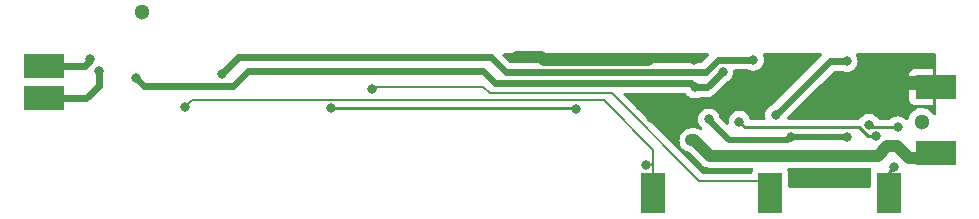
<source format=gbr>
%TF.GenerationSoftware,KiCad,Pcbnew,(6.0.6-0)*%
%TF.CreationDate,2022-09-10T00:16:47-07:00*%
%TF.ProjectId,Battery Extension PCB,42617474-6572-4792-9045-7874656e7369,rev?*%
%TF.SameCoordinates,Original*%
%TF.FileFunction,Copper,L2,Bot*%
%TF.FilePolarity,Positive*%
%FSLAX46Y46*%
G04 Gerber Fmt 4.6, Leading zero omitted, Abs format (unit mm)*
G04 Created by KiCad (PCBNEW (6.0.6-0)) date 2022-09-10 00:16:47*
%MOMM*%
%LPD*%
G01*
G04 APERTURE LIST*
%TA.AperFunction,SMDPad,CuDef*%
%ADD10R,2.000000X3.500000*%
%TD*%
%TA.AperFunction,SMDPad,CuDef*%
%ADD11R,3.500000X2.000000*%
%TD*%
%TA.AperFunction,ViaPad*%
%ADD12C,0.800000*%
%TD*%
%TA.AperFunction,ViaPad*%
%ADD13C,1.300000*%
%TD*%
%TA.AperFunction,Conductor*%
%ADD14C,0.250000*%
%TD*%
%TA.AperFunction,Conductor*%
%ADD15C,1.000000*%
%TD*%
%TA.AperFunction,Conductor*%
%ADD16C,0.600000*%
%TD*%
%TA.AperFunction,Conductor*%
%ADD17C,0.200000*%
%TD*%
%TA.AperFunction,Conductor*%
%ADD18C,0.550000*%
%TD*%
G04 APERTURE END LIST*
D10*
%TO.P,P14,1*%
%TO.N,VBUS*%
X128244600Y-80721200D03*
%TD*%
%TO.P,P10,1*%
%TO.N,IO26{slash}BATT VOLT*%
X118338600Y-80721200D03*
%TD*%
D11*
%TO.P,P9,1*%
%TO.N,-BATT*%
X66751200Y-72694800D03*
%TD*%
%TO.P,P8,1*%
%TO.N,+BATT*%
X66751200Y-69926200D03*
%TD*%
%TO.P,P6,1*%
%TO.N,GND*%
X142240000Y-71729600D03*
%TD*%
%TO.P,P5,1*%
%TO.N,+5V*%
X142240000Y-77343000D03*
%TD*%
D10*
%TO.P,P4,1*%
%TO.N,IO27{slash}BATT CHARGING*%
X138252200Y-80721200D03*
%TD*%
D12*
%TO.N,IO27{slash}BATT CHARGING*%
X138684000Y-78486000D03*
%TO.N,IO26{slash}BATT VOLT*%
X117754400Y-78384400D03*
%TO.N,+5V*%
X140004800Y-77774800D03*
%TO.N,-BATT*%
X71374000Y-70358000D03*
%TO.N,+BATT*%
X70662800Y-69342000D03*
D13*
%TO.N,*%
X141071600Y-74676000D03*
X75031600Y-65430400D03*
D12*
%TO.N,GND*%
X118110000Y-74371200D03*
X130810000Y-79044800D03*
X136799194Y-71328406D03*
X117246400Y-73355200D03*
X114503200Y-69443600D03*
X121818400Y-69443600D03*
X121513600Y-74066400D03*
X108813600Y-69189600D03*
X106832400Y-69189600D03*
X134513194Y-71328406D03*
X135940800Y-79146400D03*
X131318000Y-69545200D03*
X120396000Y-73050400D03*
X117906800Y-69494400D03*
X116484400Y-69443600D03*
X124155200Y-73050400D03*
X138627989Y-73868411D03*
X107696000Y-69189600D03*
%TO.N,VBUS*%
X128727200Y-74117200D03*
X134721600Y-69545200D03*
X94488000Y-71932800D03*
%TO.N,+BATT*%
X81788000Y-70662800D03*
X126796800Y-69443600D03*
%TO.N,-BATT*%
X74523600Y-71018400D03*
X123037600Y-74472800D03*
X124206000Y-70459600D03*
X129997200Y-75946000D03*
X134772400Y-75946000D03*
X121869200Y-71780400D03*
%TO.N,+5V*%
X121564400Y-76250800D03*
%TO.N,IO26{slash}BATT VOLT*%
X78689200Y-73406000D03*
%TO.N,Net-(R8-Pad1)*%
X137174900Y-75857700D03*
X125628400Y-74676000D03*
%TO.N,IO27{slash}BATT CHARGING*%
X139039600Y-75133200D03*
X136601200Y-74930000D03*
%TO.N,Net-(R4-Pad2)*%
X91033600Y-73546700D03*
X111793279Y-73585132D03*
%TD*%
D14*
%TO.N,IO27{slash}BATT CHARGING*%
X138684000Y-78486000D02*
X138252200Y-78917800D01*
X138252200Y-78917800D02*
X138252200Y-80648967D01*
D15*
%TO.N,+5V*%
X121564400Y-76250800D02*
X121818400Y-76250800D01*
X138988800Y-76758800D02*
X140004800Y-77774800D01*
X121818400Y-76250800D02*
X123121600Y-77554000D01*
X123121600Y-77554000D02*
X137361635Y-77554000D01*
X137361635Y-77554000D02*
X138156835Y-76758800D01*
X138156835Y-76758800D02*
X138988800Y-76758800D01*
D14*
%TO.N,Net-(R8-Pad1)*%
X137174900Y-75857700D02*
X136503595Y-75857700D01*
X136503595Y-75857700D02*
X135779095Y-75133200D01*
X135779095Y-75133200D02*
X126085600Y-75133200D01*
X126085600Y-75133200D02*
X125628400Y-74676000D01*
%TO.N,IO27{slash}BATT CHARGING*%
X139039600Y-75133200D02*
X136804400Y-75133200D01*
X136804400Y-75133200D02*
X136601200Y-74930000D01*
D16*
%TO.N,GND*%
X135382000Y-79705200D02*
X135940800Y-79146400D01*
X130810000Y-79044800D02*
X131470400Y-79705200D01*
X131470400Y-79705200D02*
X135382000Y-79705200D01*
D17*
%TO.N,VBUS*%
X94691200Y-71729600D02*
X103936800Y-71729600D01*
X114808000Y-72288400D02*
X122224800Y-79705200D01*
X103936800Y-71729600D02*
X104495600Y-72288400D01*
X94488000Y-71932800D02*
X94691200Y-71729600D01*
X104495600Y-72288400D02*
X114808000Y-72288400D01*
X122224800Y-79705200D02*
X127228600Y-79705200D01*
X127228600Y-79705200D02*
X128197367Y-80673967D01*
X128197367Y-80673967D02*
X128270000Y-80673967D01*
%TO.N,IO26{slash}BATT VOLT*%
X118338600Y-78155800D02*
X118110000Y-78384400D01*
X118338600Y-77038200D02*
X118338600Y-78155800D01*
X118110000Y-78384400D02*
X117754400Y-78384400D01*
X118338600Y-78155800D02*
X118338600Y-80673967D01*
D15*
%TO.N,+5V*%
X140004800Y-77774800D02*
X141870230Y-77774800D01*
%TO.N,GND*%
X136799194Y-71328406D02*
X141838806Y-71328406D01*
D16*
X141838806Y-71328406D02*
X142240000Y-71729600D01*
%TO.N,-BATT*%
X74523600Y-71018400D02*
X75184000Y-71678800D01*
X75184000Y-71678800D02*
X82753200Y-71678800D01*
X82753200Y-71678800D02*
X84023200Y-70408800D01*
X84023200Y-70408800D02*
X103936800Y-70408800D01*
X103936800Y-70408800D02*
X104952800Y-71424800D01*
X104952800Y-71424800D02*
X121513600Y-71424800D01*
X121513600Y-71424800D02*
X121869200Y-71780400D01*
X71374000Y-70358000D02*
X71374000Y-71628000D01*
X71374000Y-71628000D02*
X70307200Y-72694800D01*
X70307200Y-72694800D02*
X68021200Y-72694800D01*
%TO.N,+BATT*%
X70662800Y-69342000D02*
X70662800Y-69443600D01*
X70662800Y-69443600D02*
X70180200Y-69926200D01*
X70180200Y-69926200D02*
X68021200Y-69926200D01*
D15*
%TO.N,GND*%
X116484400Y-69443600D02*
X117856000Y-69443600D01*
X109067600Y-69443600D02*
X114503200Y-69443600D01*
X108813600Y-69189600D02*
X107696000Y-69189600D01*
X114503200Y-69443600D02*
X116484400Y-69443600D01*
D16*
X117246400Y-73355200D02*
X120091200Y-73355200D01*
D15*
X107696000Y-69189600D02*
X106832400Y-69189600D01*
D16*
X131318000Y-69545200D02*
X127812800Y-73050400D01*
D15*
X117856000Y-69443600D02*
X117906800Y-69494400D01*
D16*
X120091200Y-73355200D02*
X120396000Y-73050400D01*
X124155200Y-73050400D02*
X120396000Y-73050400D01*
D15*
X108813600Y-69189600D02*
X109067600Y-69443600D01*
D16*
X127812800Y-73050400D02*
X124155200Y-73050400D01*
%TO.N,VBUS*%
X134721600Y-69545200D02*
X133299200Y-69545200D01*
X133299200Y-69545200D02*
X128727200Y-74117200D01*
%TO.N,+BATT*%
X83210400Y-69240400D02*
X104601293Y-69240400D01*
X81788000Y-70662800D02*
X83210400Y-69240400D01*
X122798202Y-70494401D02*
X123849003Y-69443600D01*
X105855294Y-70494401D02*
X122798202Y-70494401D01*
X104601293Y-69240400D02*
X105855294Y-70494401D01*
X123849003Y-69443600D02*
X126796800Y-69443600D01*
%TO.N,-BATT*%
X122885200Y-71780400D02*
X121869200Y-71780400D01*
D18*
X124714000Y-76200000D02*
X123037600Y-74523600D01*
X123037600Y-74523600D02*
X123037600Y-74472800D01*
D16*
X124206000Y-70459600D02*
X122885200Y-71780400D01*
D18*
X134772400Y-75946000D02*
X129997200Y-75946000D01*
X129997200Y-75946000D02*
X129743200Y-76200000D01*
X129743200Y-76200000D02*
X124714000Y-76200000D01*
D16*
%TO.N,+5V*%
X141870230Y-77774800D02*
X142499615Y-77145415D01*
D17*
%TO.N,IO26{slash}BATT VOLT*%
X78689200Y-73406000D02*
X79248000Y-72847200D01*
X79248000Y-72847200D02*
X114147600Y-72847200D01*
X114147600Y-72847200D02*
X118338600Y-77038200D01*
D14*
%TO.N,Net-(R4-Pad2)*%
X111754847Y-73546700D02*
X91033600Y-73546700D01*
X111793279Y-73585132D02*
X111754847Y-73546700D01*
%TD*%
%TA.AperFunction,Conductor*%
%TO.N,GND*%
G36*
X136748637Y-78582502D02*
G01*
X136795130Y-78636158D01*
X136805234Y-78706432D01*
X136798498Y-78732729D01*
X136750455Y-78860884D01*
X136743700Y-78923066D01*
X136743700Y-80139467D01*
X136723698Y-80207588D01*
X136670042Y-80254081D01*
X136617700Y-80265467D01*
X129879100Y-80265467D01*
X129810979Y-80245465D01*
X129764486Y-80191809D01*
X129753100Y-80139467D01*
X129753100Y-78923066D01*
X129746345Y-78860884D01*
X129698302Y-78732729D01*
X129693119Y-78661922D01*
X129727040Y-78599554D01*
X129789295Y-78565424D01*
X129816284Y-78562500D01*
X136680516Y-78562500D01*
X136748637Y-78582502D01*
G37*
%TD.AperFunction*%
%TA.AperFunction,Conductor*%
G36*
X132579640Y-68905302D02*
G01*
X132626133Y-68958958D01*
X132636237Y-69029232D01*
X132606743Y-69093812D01*
X132600614Y-69100395D01*
X130536511Y-71164497D01*
X128475288Y-73225720D01*
X128437442Y-73251732D01*
X128276478Y-73323397D01*
X128276476Y-73323398D01*
X128270448Y-73326082D01*
X128265107Y-73329962D01*
X128265106Y-73329963D01*
X128230098Y-73355398D01*
X128115947Y-73438334D01*
X128111526Y-73443244D01*
X128111525Y-73443245D01*
X128045905Y-73516124D01*
X127988160Y-73580256D01*
X127955279Y-73637208D01*
X127900675Y-73731785D01*
X127892673Y-73745644D01*
X127833658Y-73927272D01*
X127813696Y-74117200D01*
X127814386Y-74123765D01*
X127831983Y-74291188D01*
X127833658Y-74307128D01*
X127835697Y-74313403D01*
X127835698Y-74313408D01*
X127842637Y-74334762D01*
X127844666Y-74405729D01*
X127808005Y-74466528D01*
X127744293Y-74497854D01*
X127722805Y-74499700D01*
X126617914Y-74499700D01*
X126549793Y-74479698D01*
X126503300Y-74426042D01*
X126498081Y-74412636D01*
X126470726Y-74328446D01*
X126462927Y-74304444D01*
X126450473Y-74282872D01*
X126370741Y-74144774D01*
X126367440Y-74139056D01*
X126239653Y-73997134D01*
X126085152Y-73884882D01*
X126079124Y-73882198D01*
X126079122Y-73882197D01*
X125916719Y-73809891D01*
X125916718Y-73809891D01*
X125910688Y-73807206D01*
X125817287Y-73787353D01*
X125730344Y-73768872D01*
X125730339Y-73768872D01*
X125723887Y-73767500D01*
X125532913Y-73767500D01*
X125526461Y-73768872D01*
X125526456Y-73768872D01*
X125439513Y-73787353D01*
X125346112Y-73807206D01*
X125340082Y-73809891D01*
X125340081Y-73809891D01*
X125177678Y-73882197D01*
X125177676Y-73882198D01*
X125171648Y-73884882D01*
X125017147Y-73997134D01*
X124889360Y-74139056D01*
X124886059Y-74144774D01*
X124806328Y-74282872D01*
X124793873Y-74304444D01*
X124734858Y-74486072D01*
X124734168Y-74492633D01*
X124734168Y-74492635D01*
X124723277Y-74596256D01*
X124714896Y-74676000D01*
X124715586Y-74682565D01*
X124726663Y-74787957D01*
X124713891Y-74857795D01*
X124665389Y-74909642D01*
X124596556Y-74927036D01*
X124529246Y-74904455D01*
X124512258Y-74890222D01*
X123963719Y-74341683D01*
X123931690Y-74282694D01*
X123931142Y-74282872D01*
X123872127Y-74101244D01*
X123776640Y-73935856D01*
X123726037Y-73879655D01*
X123653275Y-73798845D01*
X123653274Y-73798844D01*
X123648853Y-73793934D01*
X123494352Y-73681682D01*
X123488324Y-73678998D01*
X123488322Y-73678997D01*
X123325919Y-73606691D01*
X123325918Y-73606691D01*
X123319888Y-73604006D01*
X123208154Y-73580256D01*
X123139544Y-73565672D01*
X123139539Y-73565672D01*
X123133087Y-73564300D01*
X122942113Y-73564300D01*
X122935661Y-73565672D01*
X122935656Y-73565672D01*
X122867046Y-73580256D01*
X122755312Y-73604006D01*
X122749282Y-73606691D01*
X122749281Y-73606691D01*
X122586878Y-73678997D01*
X122586876Y-73678998D01*
X122580848Y-73681682D01*
X122426347Y-73793934D01*
X122421926Y-73798844D01*
X122421925Y-73798845D01*
X122349164Y-73879655D01*
X122298560Y-73935856D01*
X122203073Y-74101244D01*
X122144058Y-74282872D01*
X122143368Y-74289433D01*
X122143368Y-74289435D01*
X122139268Y-74328446D01*
X122124096Y-74472800D01*
X122124786Y-74479365D01*
X122137072Y-74596256D01*
X122144058Y-74662728D01*
X122203073Y-74844356D01*
X122206376Y-74850078D01*
X122206377Y-74850079D01*
X122229554Y-74890222D01*
X122298560Y-75009744D01*
X122426347Y-75151666D01*
X122426490Y-75151770D01*
X122462476Y-75210184D01*
X122461124Y-75281168D01*
X122421609Y-75340152D01*
X122356478Y-75368409D01*
X122280225Y-75353788D01*
X122223014Y-75322336D01*
X122223012Y-75322335D01*
X122217613Y-75319367D01*
X122212531Y-75317755D01*
X122207837Y-75315238D01*
X122118869Y-75288038D01*
X122117841Y-75287718D01*
X122029094Y-75259565D01*
X122023798Y-75258971D01*
X122018702Y-75257413D01*
X121926143Y-75248010D01*
X121925007Y-75247889D01*
X121891392Y-75244119D01*
X121878670Y-75242692D01*
X121878666Y-75242692D01*
X121875173Y-75242300D01*
X121871646Y-75242300D01*
X121870661Y-75242245D01*
X121864981Y-75241798D01*
X121835575Y-75238811D01*
X121828063Y-75238048D01*
X121828061Y-75238048D01*
X121821938Y-75237426D01*
X121782501Y-75241154D01*
X121776291Y-75241741D01*
X121764433Y-75242300D01*
X121514631Y-75242300D01*
X121511575Y-75242600D01*
X121511568Y-75242600D01*
X121456315Y-75248018D01*
X121367567Y-75256720D01*
X121361666Y-75258502D01*
X121361664Y-75258502D01*
X121295667Y-75278428D01*
X121178231Y-75313884D01*
X121003604Y-75406734D01*
X120968167Y-75435636D01*
X120855113Y-75527840D01*
X120855110Y-75527843D01*
X120850338Y-75531735D01*
X120846411Y-75536482D01*
X120846409Y-75536484D01*
X120728199Y-75679375D01*
X120728197Y-75679379D01*
X120724270Y-75684125D01*
X120630202Y-75858099D01*
X120571718Y-76047032D01*
X120571074Y-76053157D01*
X120571074Y-76053158D01*
X120556908Y-76187945D01*
X120551045Y-76243725D01*
X120556933Y-76308420D01*
X120567746Y-76427233D01*
X120568970Y-76440688D01*
X120570708Y-76446594D01*
X120570709Y-76446598D01*
X120597188Y-76536566D01*
X120624810Y-76630419D01*
X120716440Y-76805690D01*
X120840368Y-76959825D01*
X120991874Y-77086954D01*
X120997272Y-77089921D01*
X120997277Y-77089925D01*
X121140580Y-77168705D01*
X121165187Y-77182233D01*
X121171054Y-77184094D01*
X121171056Y-77184095D01*
X121347835Y-77240173D01*
X121347839Y-77240174D01*
X121353706Y-77242035D01*
X121355458Y-77242232D01*
X121417025Y-77275660D01*
X122364754Y-78223388D01*
X122373847Y-78233522D01*
X122397568Y-78263025D01*
X122402296Y-78266992D01*
X122436021Y-78295291D01*
X122439669Y-78298472D01*
X122441481Y-78300115D01*
X122443675Y-78302309D01*
X122476949Y-78329642D01*
X122477747Y-78330304D01*
X122549074Y-78390154D01*
X122553744Y-78392722D01*
X122557861Y-78396103D01*
X122615745Y-78427140D01*
X122639686Y-78439977D01*
X122640845Y-78440606D01*
X122716981Y-78482462D01*
X122716989Y-78482465D01*
X122722387Y-78485433D01*
X122727469Y-78487045D01*
X122732163Y-78489562D01*
X122821131Y-78516762D01*
X122822159Y-78517082D01*
X122910906Y-78545235D01*
X122916202Y-78545829D01*
X122921298Y-78547387D01*
X123013857Y-78556790D01*
X123014993Y-78556911D01*
X123048608Y-78560681D01*
X123061330Y-78562108D01*
X123061334Y-78562108D01*
X123064827Y-78562500D01*
X123068354Y-78562500D01*
X123069339Y-78562555D01*
X123075019Y-78563002D01*
X123104425Y-78565989D01*
X123111937Y-78566752D01*
X123111939Y-78566752D01*
X123118062Y-78567374D01*
X123163708Y-78563059D01*
X123175567Y-78562500D01*
X126672916Y-78562500D01*
X126741037Y-78582502D01*
X126787530Y-78636158D01*
X126797634Y-78706432D01*
X126790898Y-78732729D01*
X126742855Y-78860884D01*
X126736100Y-78923066D01*
X126736100Y-78970700D01*
X126716098Y-79038821D01*
X126662442Y-79085314D01*
X126610100Y-79096700D01*
X122529039Y-79096700D01*
X122460918Y-79076698D01*
X122439944Y-79059795D01*
X115828544Y-72448395D01*
X115794518Y-72386083D01*
X115799583Y-72315268D01*
X115842130Y-72258432D01*
X115908650Y-72233621D01*
X115917639Y-72233300D01*
X121008891Y-72233300D01*
X121077012Y-72253302D01*
X121118009Y-72296298D01*
X121130160Y-72317344D01*
X121134578Y-72322251D01*
X121134579Y-72322252D01*
X121226711Y-72424575D01*
X121257947Y-72459266D01*
X121353104Y-72528402D01*
X121386973Y-72553009D01*
X121412448Y-72571518D01*
X121418476Y-72574202D01*
X121418478Y-72574203D01*
X121546568Y-72631232D01*
X121586912Y-72649194D01*
X121680312Y-72669047D01*
X121767256Y-72687528D01*
X121767261Y-72687528D01*
X121773713Y-72688900D01*
X121964687Y-72688900D01*
X121971139Y-72687528D01*
X121971144Y-72687528D01*
X122058088Y-72669047D01*
X122151488Y-72649194D01*
X122191832Y-72631232D01*
X122262445Y-72599793D01*
X122313694Y-72588900D01*
X122875986Y-72588900D01*
X122877306Y-72588907D01*
X122967421Y-72589851D01*
X123009797Y-72580689D01*
X123022363Y-72578631D01*
X123065455Y-72573797D01*
X123072106Y-72571481D01*
X123072110Y-72571480D01*
X123097130Y-72562767D01*
X123111942Y-72558604D01*
X123137819Y-72553009D01*
X123144710Y-72551519D01*
X123184013Y-72533192D01*
X123195789Y-72528410D01*
X123236752Y-72514145D01*
X123242727Y-72510411D01*
X123242730Y-72510410D01*
X123265195Y-72496373D01*
X123278712Y-72489034D01*
X123302714Y-72477841D01*
X123302715Y-72477840D01*
X123309102Y-72474862D01*
X123330668Y-72458134D01*
X123343353Y-72448294D01*
X123353812Y-72440998D01*
X123384604Y-72421758D01*
X123384607Y-72421756D01*
X123390576Y-72418026D01*
X123398683Y-72409976D01*
X123419379Y-72389424D01*
X123420004Y-72388839D01*
X123420670Y-72388322D01*
X123446660Y-72362332D01*
X123519282Y-72290215D01*
X123519940Y-72289178D01*
X123521043Y-72287949D01*
X124457912Y-71351080D01*
X124495758Y-71325068D01*
X124656722Y-71253403D01*
X124656724Y-71253402D01*
X124662752Y-71250718D01*
X124676241Y-71240918D01*
X124769852Y-71172905D01*
X124817253Y-71138466D01*
X124945040Y-70996544D01*
X125028023Y-70852814D01*
X125037223Y-70836879D01*
X125037224Y-70836878D01*
X125040527Y-70831156D01*
X125099542Y-70649528D01*
X125100426Y-70641123D01*
X125118814Y-70466165D01*
X125119504Y-70459600D01*
X125112322Y-70391270D01*
X125125094Y-70321433D01*
X125173596Y-70269586D01*
X125237632Y-70252100D01*
X126352306Y-70252100D01*
X126403555Y-70262993D01*
X126481125Y-70297529D01*
X126514512Y-70312394D01*
X126607913Y-70332247D01*
X126694856Y-70350728D01*
X126694861Y-70350728D01*
X126701313Y-70352100D01*
X126892287Y-70352100D01*
X126898739Y-70350728D01*
X126898744Y-70350728D01*
X126985687Y-70332247D01*
X127079088Y-70312394D01*
X127085119Y-70309709D01*
X127247522Y-70237403D01*
X127247524Y-70237402D01*
X127253552Y-70234718D01*
X127267483Y-70224597D01*
X127353923Y-70161794D01*
X127408053Y-70122466D01*
X127418132Y-70111272D01*
X127531421Y-69985452D01*
X127531422Y-69985451D01*
X127535840Y-69980544D01*
X127631327Y-69815156D01*
X127690342Y-69633528D01*
X127705229Y-69491891D01*
X127709614Y-69450165D01*
X127710304Y-69443600D01*
X127709614Y-69437035D01*
X127691032Y-69260235D01*
X127691032Y-69260233D01*
X127690342Y-69253672D01*
X127631327Y-69072044D01*
X127628022Y-69066319D01*
X127626344Y-69062551D01*
X127616909Y-68992184D01*
X127647014Y-68927886D01*
X127707102Y-68890072D01*
X127741450Y-68885300D01*
X132511519Y-68885300D01*
X132579640Y-68905302D01*
G37*
%TD.AperFunction*%
%TA.AperFunction,Conductor*%
G36*
X142233236Y-68905302D02*
G01*
X142279729Y-68958958D01*
X142291115Y-69011300D01*
X142291115Y-73993587D01*
X142271113Y-74061708D01*
X142217457Y-74108201D01*
X142147183Y-74118305D01*
X142082603Y-74088811D01*
X142064481Y-74067445D01*
X142063615Y-74068092D01*
X141939674Y-73902114D01*
X141936222Y-73897491D01*
X141779871Y-73752963D01*
X141599801Y-73639347D01*
X141402041Y-73560449D01*
X141396381Y-73559323D01*
X141396377Y-73559322D01*
X141198882Y-73520038D01*
X141198880Y-73520038D01*
X141193215Y-73518911D01*
X141187440Y-73518835D01*
X141187436Y-73518835D01*
X141080761Y-73517439D01*
X140980316Y-73516124D01*
X140974619Y-73517103D01*
X140974618Y-73517103D01*
X140776164Y-73551203D01*
X140776161Y-73551204D01*
X140770474Y-73552181D01*
X140570716Y-73625875D01*
X140387734Y-73734739D01*
X140227654Y-73875125D01*
X140095838Y-74042333D01*
X140093149Y-74047444D01*
X140093147Y-74047447D01*
X140067854Y-74095521D01*
X139996700Y-74230762D01*
X139994986Y-74236283D01*
X139994984Y-74236287D01*
X139966368Y-74328446D01*
X139933561Y-74434102D01*
X139932882Y-74439841D01*
X139931286Y-74453324D01*
X139903416Y-74518622D01*
X139844668Y-74558486D01*
X139773693Y-74560260D01*
X139712523Y-74522826D01*
X139708738Y-74518622D01*
X139650853Y-74454334D01*
X139496352Y-74342082D01*
X139490324Y-74339398D01*
X139490322Y-74339397D01*
X139327919Y-74267091D01*
X139327918Y-74267091D01*
X139321888Y-74264406D01*
X139228488Y-74244553D01*
X139141544Y-74226072D01*
X139141539Y-74226072D01*
X139135087Y-74224700D01*
X138944113Y-74224700D01*
X138937661Y-74226072D01*
X138937656Y-74226072D01*
X138850712Y-74244553D01*
X138757312Y-74264406D01*
X138751282Y-74267091D01*
X138751281Y-74267091D01*
X138588878Y-74339397D01*
X138588876Y-74339398D01*
X138582848Y-74342082D01*
X138577507Y-74345962D01*
X138577506Y-74345963D01*
X138504818Y-74398774D01*
X138428347Y-74454334D01*
X138423932Y-74459237D01*
X138419020Y-74463660D01*
X138417895Y-74462411D01*
X138364586Y-74495251D01*
X138331400Y-74499700D01*
X137474557Y-74499700D01*
X137406436Y-74479698D01*
X137365438Y-74436700D01*
X137359284Y-74426042D01*
X137340240Y-74393056D01*
X137260454Y-74304444D01*
X137216875Y-74256045D01*
X137216874Y-74256044D01*
X137212453Y-74251134D01*
X137057952Y-74138882D01*
X137051924Y-74136198D01*
X137051922Y-74136197D01*
X136889519Y-74063891D01*
X136889518Y-74063891D01*
X136883488Y-74061206D01*
X136790087Y-74041353D01*
X136703144Y-74022872D01*
X136703139Y-74022872D01*
X136696687Y-74021500D01*
X136505713Y-74021500D01*
X136499261Y-74022872D01*
X136499256Y-74022872D01*
X136412313Y-74041353D01*
X136318912Y-74061206D01*
X136312882Y-74063891D01*
X136312881Y-74063891D01*
X136150478Y-74136197D01*
X136150476Y-74136198D01*
X136144448Y-74138882D01*
X135989947Y-74251134D01*
X135985526Y-74256044D01*
X135985525Y-74256045D01*
X135941947Y-74304444D01*
X135862160Y-74393056D01*
X135841651Y-74428579D01*
X135836962Y-74436700D01*
X135785579Y-74485693D01*
X135727843Y-74499700D01*
X129792282Y-74499700D01*
X129724161Y-74479698D01*
X129677668Y-74426042D01*
X129667564Y-74355768D01*
X129697058Y-74291188D01*
X129703187Y-74284605D01*
X131213523Y-72774269D01*
X139982001Y-72774269D01*
X139982371Y-72781090D01*
X139987895Y-72831952D01*
X139991521Y-72847204D01*
X140036676Y-72967654D01*
X140045214Y-72983249D01*
X140121715Y-73085324D01*
X140134276Y-73097885D01*
X140236351Y-73174386D01*
X140251946Y-73182924D01*
X140372394Y-73228078D01*
X140387649Y-73231705D01*
X140438514Y-73237231D01*
X140445328Y-73237600D01*
X141967885Y-73237599D01*
X141983124Y-73233124D01*
X141984329Y-73231734D01*
X141986000Y-73224051D01*
X141986000Y-72001715D01*
X141981525Y-71986476D01*
X141980135Y-71985271D01*
X141972452Y-71983600D01*
X140000116Y-71983600D01*
X139984877Y-71988075D01*
X139983672Y-71989465D01*
X139982001Y-71997148D01*
X139982001Y-72774269D01*
X131213523Y-72774269D01*
X132530307Y-71457485D01*
X139982000Y-71457485D01*
X139986475Y-71472724D01*
X139987865Y-71473929D01*
X139995548Y-71475600D01*
X141967885Y-71475600D01*
X141983124Y-71471125D01*
X141984329Y-71469735D01*
X141986000Y-71462052D01*
X141986000Y-70239715D01*
X141981525Y-70224476D01*
X141980135Y-70223271D01*
X141972452Y-70221600D01*
X140445331Y-70221601D01*
X140438510Y-70221971D01*
X140387648Y-70227495D01*
X140372396Y-70231121D01*
X140251946Y-70276276D01*
X140236351Y-70284814D01*
X140134276Y-70361315D01*
X140121715Y-70373876D01*
X140045214Y-70475951D01*
X140036676Y-70491546D01*
X139991522Y-70611994D01*
X139987895Y-70627249D01*
X139982369Y-70678114D01*
X139982000Y-70684928D01*
X139982000Y-71457485D01*
X132530307Y-71457485D01*
X133597187Y-70390605D01*
X133659499Y-70356579D01*
X133686282Y-70353700D01*
X134277106Y-70353700D01*
X134328355Y-70364593D01*
X134439312Y-70413994D01*
X134532713Y-70433847D01*
X134619656Y-70452328D01*
X134619661Y-70452328D01*
X134626113Y-70453700D01*
X134817087Y-70453700D01*
X134823539Y-70452328D01*
X134823544Y-70452328D01*
X134910487Y-70433847D01*
X135003888Y-70413994D01*
X135093995Y-70373876D01*
X135172322Y-70339003D01*
X135172324Y-70339002D01*
X135178352Y-70336318D01*
X135198840Y-70321433D01*
X135279275Y-70262993D01*
X135332853Y-70224066D01*
X135388923Y-70161794D01*
X135456221Y-70087052D01*
X135456222Y-70087051D01*
X135460640Y-70082144D01*
X135556127Y-69916756D01*
X135615142Y-69735128D01*
X135620619Y-69683022D01*
X135634414Y-69551765D01*
X135635104Y-69545200D01*
X135627133Y-69469360D01*
X135615832Y-69361835D01*
X135615832Y-69361833D01*
X135615142Y-69355272D01*
X135556127Y-69173644D01*
X135547462Y-69158635D01*
X135498771Y-69074300D01*
X135482033Y-69005304D01*
X135505254Y-68938213D01*
X135561061Y-68894326D01*
X135607890Y-68885300D01*
X142165115Y-68885300D01*
X142233236Y-68905302D01*
G37*
%TD.AperFunction*%
%TA.AperFunction,Conductor*%
G36*
X123027842Y-68905302D02*
G01*
X123074335Y-68958958D01*
X123084439Y-69029232D01*
X123054945Y-69093812D01*
X123048816Y-69100395D01*
X122500215Y-69648996D01*
X122437903Y-69683022D01*
X122411120Y-69685901D01*
X106242376Y-69685901D01*
X106174255Y-69665899D01*
X106153280Y-69648996D01*
X105604680Y-69100395D01*
X105570655Y-69038083D01*
X105575720Y-68967267D01*
X105618267Y-68910432D01*
X105684787Y-68885621D01*
X105693776Y-68885300D01*
X122959721Y-68885300D01*
X123027842Y-68905302D01*
G37*
%TD.AperFunction*%
%TD*%
M02*

</source>
